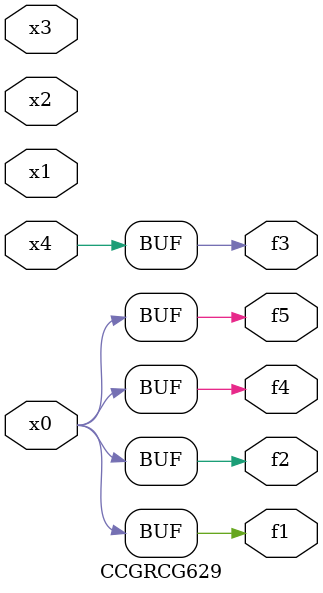
<source format=v>
module CCGRCG629(
	input x0, x1, x2, x3, x4,
	output f1, f2, f3, f4, f5
);
	assign f1 = x0;
	assign f2 = x0;
	assign f3 = x4;
	assign f4 = x0;
	assign f5 = x0;
endmodule

</source>
